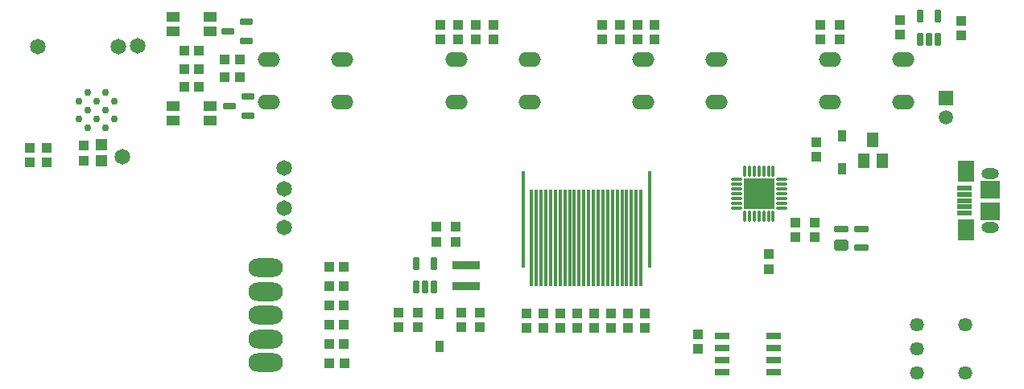
<source format=gbs>
G04*
G04 #@! TF.GenerationSoftware,Altium Limited,Altium Designer,21.9.2 (33)*
G04*
G04 Layer_Color=16711935*
%FSLAX25Y25*%
%MOIN*%
G70*
G04*
G04 #@! TF.SameCoordinates,7D1BAC6E-B471-4F52-9471-A17197207182*
G04*
G04*
G04 #@! TF.FilePolarity,Negative*
G04*
G01*
G75*
%ADD25R,0.04528X0.04921*%
%ADD26R,0.04331X0.04134*%
%ADD30R,0.05512X0.04134*%
%ADD34C,0.05976*%
%ADD35R,0.05976X0.05976*%
%ADD36C,0.05740*%
%ADD37O,0.09252X0.06102*%
%ADD38C,0.00591*%
%ADD39O,0.07284X0.04528*%
%ADD40C,0.02953*%
%ADD71R,0.03740X0.05000*%
%ADD72R,0.01772X0.39961*%
%ADD73R,0.01575X0.39961*%
G04:AMPARAMS|DCode=74|XSize=53.94mil|YSize=29.53mil|CornerRadius=8.86mil|HoleSize=0mil|Usage=FLASHONLY|Rotation=90.000|XOffset=0mil|YOffset=0mil|HoleType=Round|Shape=RoundedRectangle|*
%AMROUNDEDRECTD74*
21,1,0.05394,0.01181,0,0,90.0*
21,1,0.03622,0.02953,0,0,90.0*
1,1,0.01772,0.00591,0.01811*
1,1,0.01772,0.00591,-0.01811*
1,1,0.01772,-0.00591,-0.01811*
1,1,0.01772,-0.00591,0.01811*
%
%ADD74ROUNDEDRECTD74*%
%ADD75R,0.04528X0.06102*%
%ADD76R,0.06102X0.02165*%
%ADD77R,0.06890X0.08858*%
%ADD78R,0.08071X0.07480*%
%ADD79C,0.06496*%
%ADD80R,0.06391X0.02791*%
G04:AMPARAMS|DCode=81|XSize=29.13mil|YSize=57.09mil|CornerRadius=4.7mil|HoleSize=0mil|Usage=FLASHONLY|Rotation=90.000|XOffset=0mil|YOffset=0mil|HoleType=Round|Shape=RoundedRectangle|*
%AMROUNDEDRECTD81*
21,1,0.02913,0.04770,0,0,90.0*
21,1,0.01974,0.05709,0,0,90.0*
1,1,0.00939,0.02385,0.00987*
1,1,0.00939,0.02385,-0.00987*
1,1,0.00939,-0.02385,-0.00987*
1,1,0.00939,-0.02385,0.00987*
%
%ADD81ROUNDEDRECTD81*%
G04:AMPARAMS|DCode=82|XSize=44.88mil|YSize=57.09mil|CornerRadius=5.88mil|HoleSize=0mil|Usage=FLASHONLY|Rotation=90.000|XOffset=0mil|YOffset=0mil|HoleType=Round|Shape=RoundedRectangle|*
%AMROUNDEDRECTD82*
21,1,0.04488,0.04534,0,0,90.0*
21,1,0.03313,0.05709,0,0,90.0*
1,1,0.01175,0.02267,0.01657*
1,1,0.01175,0.02267,-0.01657*
1,1,0.01175,-0.02267,-0.01657*
1,1,0.01175,-0.02267,0.01657*
%
%ADD82ROUNDEDRECTD82*%
%ADD83R,0.12992X0.12992*%
G04:AMPARAMS|DCode=84|XSize=16.14mil|YSize=44.1mil|CornerRadius=5.51mil|HoleSize=0mil|Usage=FLASHONLY|Rotation=180.000|XOffset=0mil|YOffset=0mil|HoleType=Round|Shape=RoundedRectangle|*
%AMROUNDEDRECTD84*
21,1,0.01614,0.03307,0,0,180.0*
21,1,0.00512,0.04410,0,0,180.0*
1,1,0.01102,-0.00256,0.01654*
1,1,0.01102,0.00256,0.01654*
1,1,0.01102,0.00256,-0.01654*
1,1,0.01102,-0.00256,-0.01654*
%
%ADD84ROUNDEDRECTD84*%
G04:AMPARAMS|DCode=85|XSize=16.14mil|YSize=44.1mil|CornerRadius=5.51mil|HoleSize=0mil|Usage=FLASHONLY|Rotation=270.000|XOffset=0mil|YOffset=0mil|HoleType=Round|Shape=RoundedRectangle|*
%AMROUNDEDRECTD85*
21,1,0.01614,0.03307,0,0,270.0*
21,1,0.00512,0.04410,0,0,270.0*
1,1,0.01102,-0.01654,-0.00256*
1,1,0.01102,-0.01654,0.00256*
1,1,0.01102,0.01654,0.00256*
1,1,0.01102,0.01654,-0.00256*
%
%ADD85ROUNDEDRECTD85*%
G04:AMPARAMS|DCode=86|XSize=55.51mil|YSize=29.13mil|CornerRadius=5.86mil|HoleSize=0mil|Usage=FLASHONLY|Rotation=180.000|XOffset=0mil|YOffset=0mil|HoleType=Round|Shape=RoundedRectangle|*
%AMROUNDEDRECTD86*
21,1,0.05551,0.01742,0,0,180.0*
21,1,0.04380,0.02913,0,0,180.0*
1,1,0.01171,-0.02190,0.00871*
1,1,0.01171,0.02190,0.00871*
1,1,0.01171,0.02190,-0.00871*
1,1,0.01171,-0.02190,-0.00871*
%
%ADD86ROUNDEDRECTD86*%
%ADD87R,0.04134X0.04331*%
G04:AMPARAMS|DCode=88|XSize=53.54mil|YSize=29.13mil|CornerRadius=8.76mil|HoleSize=0mil|Usage=FLASHONLY|Rotation=90.000|XOffset=0mil|YOffset=0mil|HoleType=Round|Shape=RoundedRectangle|*
%AMROUNDEDRECTD88*
21,1,0.05354,0.01161,0,0,90.0*
21,1,0.03602,0.02913,0,0,90.0*
1,1,0.01752,0.00581,0.01801*
1,1,0.01752,0.00581,-0.01801*
1,1,0.01752,-0.00581,-0.01801*
1,1,0.01752,-0.00581,0.01801*
%
%ADD88ROUNDEDRECTD88*%
%ADD89R,0.11221X0.03740*%
%ADD90O,0.14370X0.07677*%
D25*
X102368Y137532D02*
D03*
Y144225D02*
D03*
D26*
X458465Y195571D02*
D03*
Y189469D02*
D03*
X398228Y139075D02*
D03*
Y145177D02*
D03*
X432874Y195965D02*
D03*
Y189862D02*
D03*
X257283Y193996D02*
D03*
Y187894D02*
D03*
X331496Y193996D02*
D03*
Y187894D02*
D03*
X309646Y193996D02*
D03*
Y187894D02*
D03*
X316929D02*
D03*
Y193996D02*
D03*
X324213Y187894D02*
D03*
Y193996D02*
D03*
X349500Y65551D02*
D03*
Y59449D02*
D03*
X242717Y187894D02*
D03*
Y193996D02*
D03*
X250000D02*
D03*
Y187894D02*
D03*
X264567Y193996D02*
D03*
Y187894D02*
D03*
X79724Y136909D02*
D03*
Y143012D02*
D03*
X72638Y136909D02*
D03*
Y143012D02*
D03*
X400197Y193996D02*
D03*
Y187894D02*
D03*
X408071D02*
D03*
Y193996D02*
D03*
X389838Y112002D02*
D03*
Y105899D02*
D03*
X397838Y112002D02*
D03*
Y105899D02*
D03*
X378740Y92618D02*
D03*
Y98721D02*
D03*
X94882Y137697D02*
D03*
Y143799D02*
D03*
X240947Y103954D02*
D03*
Y110057D02*
D03*
X248947Y103954D02*
D03*
Y110057D02*
D03*
X225447Y68454D02*
D03*
Y74557D02*
D03*
X233447D02*
D03*
Y68454D02*
D03*
X251447D02*
D03*
Y74557D02*
D03*
X258947Y68454D02*
D03*
Y74557D02*
D03*
X278387Y74360D02*
D03*
Y68258D02*
D03*
X285387Y74360D02*
D03*
Y68258D02*
D03*
X292387Y74360D02*
D03*
Y68258D02*
D03*
X299387D02*
D03*
Y74360D02*
D03*
X306387D02*
D03*
Y68258D02*
D03*
X313387Y74360D02*
D03*
Y68258D02*
D03*
X320387Y74360D02*
D03*
Y68258D02*
D03*
X327387Y74360D02*
D03*
Y68258D02*
D03*
D30*
X132185Y197153D02*
D03*
X147343D02*
D03*
X132185Y191247D02*
D03*
X147343D02*
D03*
X132185Y160153D02*
D03*
X147343D02*
D03*
X132185Y154247D02*
D03*
X147343D02*
D03*
D34*
X451968Y155512D02*
D03*
D35*
Y163386D02*
D03*
D36*
X459987Y49595D02*
D03*
Y69595D02*
D03*
X439987Y49595D02*
D03*
Y59595D02*
D03*
Y69595D02*
D03*
D37*
X326675Y161781D02*
D03*
X356990D02*
D03*
Y179498D02*
D03*
X326675D02*
D03*
X171819Y161781D02*
D03*
X202134D02*
D03*
Y179498D02*
D03*
X171819D02*
D03*
X249247Y161781D02*
D03*
X279562D02*
D03*
Y179498D02*
D03*
X249247D02*
D03*
X404102Y161781D02*
D03*
X434417D02*
D03*
Y179498D02*
D03*
X404102D02*
D03*
D38*
X461839Y113157D02*
D03*
Y128905D02*
D03*
D39*
X470382Y132153D02*
D03*
Y109909D02*
D03*
D40*
X93154Y154951D02*
D03*
Y162175D02*
D03*
X96766Y151339D02*
D03*
Y158563D02*
D03*
Y165787D02*
D03*
X100378Y154951D02*
D03*
Y162175D02*
D03*
X103990Y151339D02*
D03*
Y158563D02*
D03*
Y165787D02*
D03*
X107602Y154951D02*
D03*
Y162175D02*
D03*
D71*
X409055Y134331D02*
D03*
Y147953D02*
D03*
X242447Y74317D02*
D03*
Y60695D02*
D03*
D72*
X329297Y113112D02*
D03*
X276934D02*
D03*
D73*
X325753Y105632D02*
D03*
X323785D02*
D03*
X321816D02*
D03*
X319848D02*
D03*
X317879D02*
D03*
X315911D02*
D03*
X313942D02*
D03*
X311974D02*
D03*
X310005D02*
D03*
X308036D02*
D03*
X306068D02*
D03*
X304099D02*
D03*
X302131D02*
D03*
X300163D02*
D03*
X298194D02*
D03*
X296226D02*
D03*
X294257D02*
D03*
X292289D02*
D03*
X290320D02*
D03*
X288352D02*
D03*
X286383D02*
D03*
X284415D02*
D03*
X282446D02*
D03*
X280478D02*
D03*
D74*
X448819Y187815D02*
D03*
X445079D02*
D03*
X441339D02*
D03*
Y197618D02*
D03*
X448819D02*
D03*
D75*
X421850Y146260D02*
D03*
X418110Y137598D02*
D03*
X425591D02*
D03*
D76*
X459870Y123591D02*
D03*
Y118472D02*
D03*
Y121031D02*
D03*
Y115913D02*
D03*
Y126150D02*
D03*
D77*
X460362Y133236D02*
D03*
Y108827D02*
D03*
D78*
X470303Y125461D02*
D03*
Y116602D02*
D03*
D79*
X117520Y185236D02*
D03*
X75984Y185039D02*
D03*
X109449Y184843D02*
D03*
X111024Y139370D02*
D03*
X177953Y125984D02*
D03*
Y134449D02*
D03*
Y117717D02*
D03*
Y109843D02*
D03*
D80*
X380630Y50000D02*
D03*
Y55000D02*
D03*
Y60000D02*
D03*
Y65000D02*
D03*
X359370Y50000D02*
D03*
Y55000D02*
D03*
Y60000D02*
D03*
Y65000D02*
D03*
D81*
X416941Y101713D02*
D03*
Y109272D02*
D03*
X408870D02*
D03*
D82*
Y102500D02*
D03*
D83*
X374606Y123819D02*
D03*
D84*
X380512Y133150D02*
D03*
X378543D02*
D03*
X376575D02*
D03*
X374606D02*
D03*
X372638D02*
D03*
X370669D02*
D03*
X368701D02*
D03*
Y114488D02*
D03*
X370669D02*
D03*
X372638D02*
D03*
X374606D02*
D03*
X376575D02*
D03*
X378543D02*
D03*
X380512D02*
D03*
D85*
X365276Y129724D02*
D03*
Y127756D02*
D03*
Y125787D02*
D03*
Y123819D02*
D03*
Y121850D02*
D03*
Y119882D02*
D03*
Y117913D02*
D03*
X383937D02*
D03*
Y119882D02*
D03*
Y121850D02*
D03*
Y123819D02*
D03*
Y125787D02*
D03*
Y127756D02*
D03*
Y129724D02*
D03*
D86*
X162427Y195137D02*
D03*
Y187263D02*
D03*
X154710Y191200D02*
D03*
X162927Y164137D02*
D03*
Y156263D02*
D03*
X155210Y160200D02*
D03*
D87*
X153517Y172200D02*
D03*
X159620D02*
D03*
X153517Y179700D02*
D03*
X159620D02*
D03*
X142815Y168200D02*
D03*
X136713D02*
D03*
X142815Y175700D02*
D03*
X136713D02*
D03*
X142815Y183200D02*
D03*
X136713D02*
D03*
X202921Y53500D02*
D03*
X196819D02*
D03*
X202870Y61500D02*
D03*
X196768D02*
D03*
X202870Y69500D02*
D03*
X196768D02*
D03*
X202870Y85500D02*
D03*
X196768D02*
D03*
Y77500D02*
D03*
X202870D02*
D03*
Y93500D02*
D03*
X196768D02*
D03*
D88*
X240188Y85065D02*
D03*
X236447D02*
D03*
X232707D02*
D03*
Y94946D02*
D03*
X240188D02*
D03*
D89*
X253447Y94336D02*
D03*
Y85675D02*
D03*
D90*
X170370Y93185D02*
D03*
Y53815D02*
D03*
Y83342D02*
D03*
Y63657D02*
D03*
Y73500D02*
D03*
M02*

</source>
